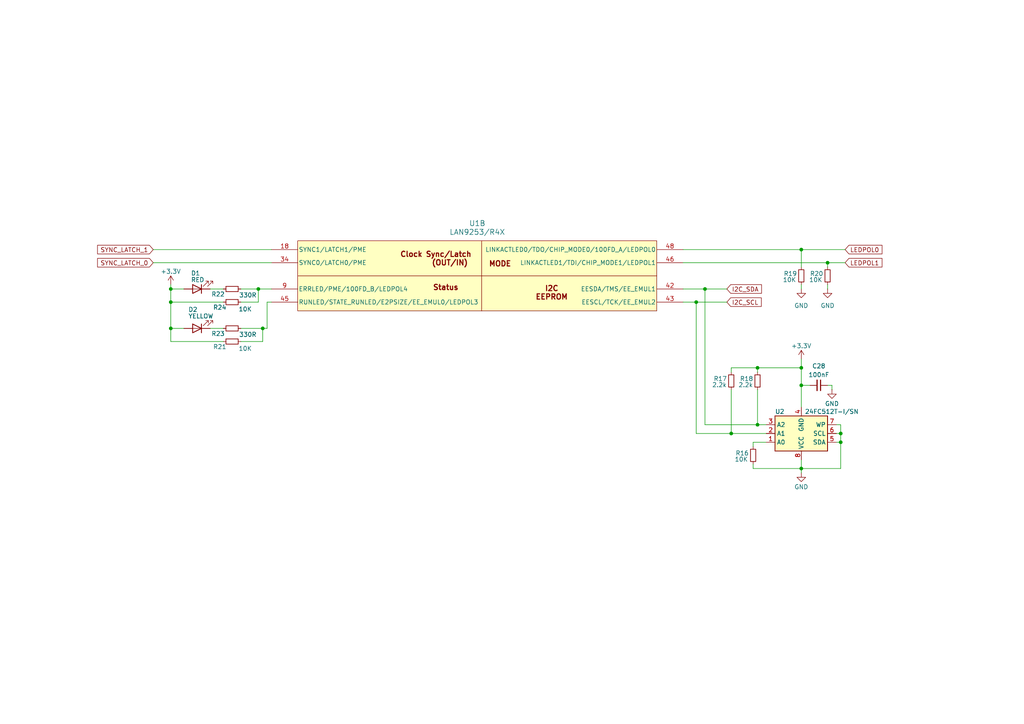
<source format=kicad_sch>
(kicad_sch (version 20231120) (generator "eeschema") (generator_version "8.0")
  (paper "A4")
  (title_block (title "Kyncat") (date "2025-01-03") (rev "0.0.1") (company "Kynsight GmbH") (comment 1 "Git : https://git.keydev.me/kynsight/Kyncathttps://git.keydev.me/kynsight/Kyncat") (comment 2 "EtherCAT devices for various use cases. This one is the first test board"))
  (lib_symbols
    (symbol "470_specific_microchip:LAN9253_R4X" (pin_names (offset 0.254))
      (property "Reference" "U" (at -38.1 29.464 0))
      (property "Value" "LAN9253/R4X" (at -30.226 -31.242 0))
      (symbol "LAN9253_R4X_1_1"
        (rectangle (start -38.1 27.94) (end 38.1 -29.21) (fill (type background)))
        (polyline (pts (xy 0 -7.62) (xy 38.1 -7.62)))
        (polyline (pts (xy 38.1 13.97) (xy -38.1 13.97)))
        (polyline (pts (xy -38.1 -3.81) (xy 0 -3.81) (xy 0 13.97)))
        (polyline (pts (xy 0 -2.54) (xy 0 -29.21) (xy -38.1 -29.21)))
        (text "INT PORT1" (at 15.748 3.556 0) (effects (font (size 1.524 1.524) (thickness 0.3048) (bold yes))))
        (text "INT PORT2" (at 15.24 -19.05 0) (effects (font (size 1.524 1.524) (thickness 0.3048) (bold yes))))
        (text "OCS" (at -14.224 5.08 0) (effects (font (size 1.524 1.524) (thickness 0.3048) (bold yes))))
        (text "OTHER \nSIGNALS" (at -13.462 -12.954 0) (effects (font (size 1.524 1.524) (thickness 0.3048) (bold yes))))
        (text "POWER" (at -35.306 20.574 900) (effects (font (size 1.524 1.524) (thickness 0.3048) (bold yes))))
        (pin input line (at -45.72 7.62 0) (length 7.62) (name "OSCI") (number "1"))
        (pin bidirectional line (at -45.72 -15.24 0) (length 7.62) (name "RST#") (number "11"))
        (pin power_in line (at -5.08 35.56 270) (length 7.62) (name "VDDIO") (number "14"))
        (pin output line (at -45.72 3.81 0) (length 7.62) (name "OSCO") (number "2"))
        (pin power_in line (at -2.54 35.56 270) (length 7.62) (name "VDDIO") (number "20"))
        (pin power_in line (at 15.24 35.56 270) (length 7.62) (name "VDDCR") (number "24"))
        (pin power_in line (at -45.72 11.43 0) (length 7.62) (name "OSCVDD12") (number "3"))
        (pin power_in line (at 0 35.56 270) (length 7.62) (name "VDDIO") (number "32"))
        (pin power_in line (at 2.54 35.56 270) (length 7.62) (name "VDDIO") (number "37"))
        (pin power_in line (at 17.78 35.56 270) (length 7.62) (name "VDDCR") (number "38"))
        (pin power_out line (at -45.72 0 0) (length 7.62) (name "OSCVSS") (number "4"))
        (pin input line (at -45.72 -26.67 0) (length 7.62) (name "TESTMODE") (number "41"))
        (pin bidirectional line (at -45.72 -19.05 0) (length 7.62) (name "IRQ/LATCH1") (number "44"))
        (pin power_in line (at 5.08 35.56 270) (length 7.62) (name "VDDIO") (number "47"))
        (pin power_in line (at -12.7 35.56 270) (length 7.62) (name "VDD33") (number "5"))
        (pin power_in line (at -30.48 35.56 270) (length 7.62) (name "VDD33TXRX1") (number "51"))
        (pin unspecified line (at 45.72 7.62 180) (length 7.62) (name "TNXA") (number "52"))
        (pin unspecified line (at 45.72 5.08 180) (length 7.62) (name "TXPA") (number "53"))
        (pin unspecified line (at 45.72 2.54 180) (length 7.62) (name "RXNA") (number "54"))
        (pin unspecified line (at 45.72 0 180) (length 7.62) (name "RXPA") (number "55"))
        (pin power_in line (at 25.4 35.56 270) (length 7.62) (name "VDD12TX1") (number "56"))
        (pin unspecified line (at -45.72 -11.43 0) (length 7.62) (name "RBIAS") (number "57"))
        (pin power_in line (at -20.32 35.56 270) (length 7.62) (name "VDD33BIAS") (number "58"))
        (pin power_in line (at 27.94 35.56 270) (length 7.62) (name "VDD12TX2") (number "59"))
        (pin power_in line (at 12.7 35.56 270) (length 7.62) (name "VDDCR") (number "6"))
        (pin unspecified line (at 45.72 -22.86 180) (length 7.62) (name "RXPB") (number "60"))
        (pin unspecified line (at 45.72 -20.32 180) (length 7.62) (name "RXNB") (number "61"))
        (pin unspecified line (at 45.72 -17.78 180) (length 7.62) (name "TXPB") (number "62"))
        (pin unspecified line (at 45.72 -15.24 180) (length 7.62) (name "TXNB") (number "63"))
        (pin power_in line (at -27.94 35.56 270) (length 7.62) (name "VDD33TXRX2") (number "64"))
        (pin power_out line (at 35.56 35.56 270) (length 7.62) (name "GND") (number "65"))
        (pin unspecified line (at -45.72 -7.62 0) (length 7.62) (name "REG_EN") (number "7"))
        (pin bidirectional line (at -45.72 -22.86 0) (length 7.62) (name "CLK_25/CLK_25_EN/XTAL_MODE") (number "8"))
      )
      (symbol "LAN9253_R4X_2_1"
        (rectangle (start -53.34 10.16) (end 50.8 -10.16) (fill (type background)))
        (polyline (pts (xy -53.34 0) (xy 50.8 0)))
        (polyline (pts (xy 0 10.16) (xy 0 -10.16)))
        (text "Clock Sync/Latch \n      (OUT/IN)" (at -12.7 5.08 0) (effects (font (size 1.524 1.524) (thickness 0.3048) (bold yes))))
        (text "I2C\nEEPROM" (at 20.32 -4.826 0) (effects (font (size 1.524 1.524) (thickness 0.3048) (bold yes))))
        (text "MODE" (at 5.334 3.556 0) (effects (font (size 1.524 1.524) (thickness 0.3048) (bold yes))))
        (text "Status" (at -10.414 -3.302 0) (effects (font (size 1.524 1.524) (thickness 0.3048) (bold yes))))
        (pin bidirectional line (at -60.96 7.62 0) (length 7.62) (name "SYNC1/LATCH1/PME") (number "18"))
        (pin bidirectional line (at -60.96 3.81 0) (length 7.62) (name "SYNC0/LATCH0/PME") (number "34"))
        (pin bidirectional line (at 58.42 -3.81 180) (length 7.62) (name "EESDA/TMS/EE_EMUL1") (number "42"))
        (pin bidirectional line (at 58.42 -7.62 180) (length 7.62) (name "EESCL/TCK/EE_EMUL2") (number "43"))
        (pin bidirectional line (at -60.96 -7.62 0) (length 7.62) (name "RUNLED/STATE_RUNLED/E2PSIZE/EE_EMUL0/LEDPOL3") (number "45"))
        (pin bidirectional line (at 58.42 3.81 180) (length 7.62) (name "LINKACTLED1/TDI/CHIP_MODE1/LEDPOL1") (number "46"))
        (pin bidirectional line (at 58.42 7.62 180) (length 7.62) (name "LINKACTLED0/TDO/CHIP_MODE0/100FD_A/LEDPOL0") (number "48"))
        (pin bidirectional line (at -60.96 -3.81 0) (length 7.62) (name "ERRLED/PME/100FD_B/LEDPOL4") (number "9"))
      )
      (symbol "LAN9253_R4X_3_1"
        (rectangle (start -45.72 -11.43) (end 0 -24.13))
        (rectangle (start -45.72 19.05) (end 44.45 -24.13) (fill (type background)))
        (rectangle (start -7.62 19.05) (end -45.72 -6.35))
        (text "DNP" (at -27.0897 -13.8086 0) (effects (font (size 1.524 1.524) (thickness 0.3048) (bold yes))))
        (text "SPI" (at -27.432 -3.048 0) (effects (font (size 1.524 1.524) (thickness 0.3048) (bold yes))))
        (pin bidirectional line (at -53.34 -20.32 0) (length 7.62) (name "WAIT_ACK/PME/LATCH0//EE_EMUL_SPI3") (number "10"))
        (pin bidirectional line (at -53.34 13.97 0) (length 7.62) (name "D2/AD2/SOF/SIO2/EE_EMUL_SPI0") (number "12"))
        (pin bidirectional line (at -53.34 11.43 0) (length 7.62) (name "D1/AD1/EOF/SO/SIO1") (number "13"))
        (pin bidirectional line (at 52.07 -3.81 180) (length 7.62) (name "D14/AD14/DIGIO8/GPI8/GPO8/MII_TXD3/TX_SHIFT1") (number "15"))
        (pin bidirectional line (at 52.07 16.51 180) (length 7.62) (name "D13/AD13/DIGIO7/GPI7/GPO7/MII_TXD2/TX_SHIFT0") (number "16"))
        (pin bidirectional line (at -53.34 8.89 0) (length 7.62) (name "D0/AD0/WD_STATE/SI/SIO0") (number "17"))
        (pin bidirectional line (at -53.34 3.81 0) (length 7.62) (name "D9/AD9/LATCH_IN/SCK") (number "19"))
        (pin bidirectional line (at 52.07 13.97 180) (length 7.62) (name "D12/AD12/DIGIO6/GPI6/GPO6/MII_TXD1/100FD_B") (number "21"))
        (pin bidirectional line (at 52.07 11.43 180) (length 7.62) (name "D11/AD11/DIGIO5/GPI5/GPO5/MII_TXD0/100FD_A") (number "22"))
        (pin bidirectional line (at 52.07 8.89 180) (length 7.62) (name "D10/AD10/DIGIO4/GPI4/GPO4/MII_TXEN") (number "23"))
        (pin bidirectional line (at -53.34 -17.78 0) (length 7.62) (name "A1/ALELO/OE_EXT/MII_CLK25//EE_EMUL_SPI2") (number "25"))
        (pin bidirectional line (at 52.07 -11.43 180) (length 7.62) (name "A3/BE0/DIGIO11/GPI11/GPO11/MII_RXDV") (number "26"))
        (pin bidirectional line (at 52.07 -13.97 180) (length 7.62) (name "A4/BE1/DIGIO12/GPI12/GPO12/MII_RXD0") (number "27"))
        (pin bidirectional line (at 52.07 -16.51 180) (length 7.62) (name "CS/DIGIO13/GPI13/GPO13/MII_RXD1") (number "28"))
        (pin bidirectional line (at 52.07 -8.89 180) (length 7.62) (name "A2/ALEHI/DIGIO10/GPI10/GPO10/LINKACTLED2/EE_EMUL_ALELO_POL/MII_LINKPOL/LEDPOL2") (number "29"))
        (pin bidirectional line (at 52.07 -19.05 180) (length 7.62) (name "WR/ENB/DIGIO14/GPI14/GPO14/MII_RXD2") (number "30"))
        (pin bidirectional line (at 52.07 -21.59 180) (length 7.62) (name "RD/RD_WR/DIGIO15/GPI15/GPO15/MII_RXD3") (number "31"))
        (pin bidirectional line (at 52.07 -6.35 180) (length 7.62) (name "A0/D15/AD15/DIGIO9/GPI9/GPO9/MII_RXER") (number "33"))
        (pin bidirectional line (at -53.34 16.51 0) (length 7.62) (name "D3/AD3/WD_TRIG/SIO3/EE_EMUL_SPI1") (number "35"))
        (pin bidirectional line (at 52.07 -1.27 180) (length 7.62) (name "D6/AD6/DIGIO0/GPI0/GPO0/MII_RXCLK") (number "36"))
        (pin bidirectional line (at 52.07 1.27 180) (length 7.62) (name "D7/AD7/DIGIO1/GPI1/GPO1/MII_MDC") (number "39"))
        (pin bidirectional line (at 52.07 3.81 180) (length 7.62) (name "D8/AD8/DIGIO2/GPI2/GPO2/MII_MDIO") (number "40"))
        (pin bidirectional line (at 52.07 6.35 180) (length 7.62) (name "D4/AD4/DIGIO3/GPI3/GPO3/MII_LINK") (number "49"))
        (pin bidirectional line (at -53.34 6.35 0) (length 7.62) (name "D5/AD5/OUTVALID/SCS#") (number "50"))
      )
    )
    (symbol "Device:C_Small" (pin_numbers hide) (pin_names (offset 0.254) hide)
      (property "Reference" "C" (at 0.254 1.778 0))
      (property "Value" "C_Small" (at 0.254 -2.032 0))
      (symbol "C_Small_0_1"
        (polyline (pts (xy -1.524 -0.508) (xy 1.524 -0.508)) (stroke (width 0.3302)))
        (polyline (pts (xy -1.524 0.508) (xy 1.524 0.508)) (stroke (width 0.3048)))
      )
      (symbol "C_Small_1_1"
        (pin passive line (at 0 2.54 270) (length 2.032) (name "~") (number "1"))
        (pin passive line (at 0 -2.54 90) (length 2.032) (name "~") (number "2"))
      )
    )
    (symbol "Device:LED" (pin_numbers hide) (pin_names (offset 1.016) hide)
      (property "Reference" "D" (at 0 2.54 0))
      (property "Value" "LED" (at 0 -2.54 0))
      (symbol "LED_0_1"
        (polyline (pts (xy -1.27 -1.27) (xy -1.27 1.27)) (stroke (width 0.254)))
        (polyline (pts (xy -1.27 0) (xy 1.27 0)))
        (polyline (pts (xy 1.27 -1.27) (xy 1.27 1.27) (xy -1.27 0) (xy 1.27 -1.27)) (stroke (width 0.254)))
        (polyline (pts (xy -3.048 -0.762) (xy -4.572 -2.286) (xy -3.81 -2.286) (xy -4.572 -2.286) (xy -4.572 -1.524)))
        (polyline (pts (xy -1.778 -0.762) (xy -3.302 -2.286) (xy -2.54 -2.286) (xy -3.302 -2.286) (xy -3.302 -1.524)))
      )
      (symbol "LED_1_1"
        (pin passive line (at -3.81 0 0) (length 2.54) (name "K") (number "1"))
        (pin passive line (at 3.81 0 180) (length 2.54) (name "A") (number "2"))
      )
    )
    (symbol "Device:R_Small" (pin_numbers hide) (pin_names (offset 0.254) hide)
      (property "Reference" "R" (at 0.762 0.508 0))
      (property "Value" "R_Small" (at 0.762 -1.016 0))
      (symbol "R_Small_0_1"
        (rectangle (start -0.762 1.778) (end 0.762 -1.778) (stroke (width 0.2032)))
      )
      (symbol "R_Small_1_1"
        (pin passive line (at 0 2.54 270) (length 0.762) (name "~") (number "1"))
        (pin passive line (at 0 -2.54 90) (length 0.762) (name "~") (number "2"))
      )
    )
    (symbol "Memory_EEPROM:AT24CS01-MAHM"
      (property "Reference" "U" (at -7.62 6.35 0))
      (property "Value" "AT24CS01-MAHM" (at 2.54 -6.35 0))
      (symbol "AT24CS01-MAHM_1_1"
        (rectangle (start -7.62 5.08) (end 7.62 -5.08) (stroke (width 0.254)) (fill (type background)))
        (pin input line (at -10.16 2.54 0) (length 2.54) (name "A0") (number "1"))
        (pin input line (at -10.16 0 0) (length 2.54) (name "A1") (number "2"))
        (pin input line (at -10.16 -2.54 0) (length 2.54) (name "A2") (number "3"))
        (pin power_in line (at 0 -7.62 90) (length 2.54) (name "GND") (number "4"))
        (pin bidirectional line (at 10.16 2.54 180) (length 2.54) (name "SDA") (number "5"))
        (pin input line (at 10.16 0 180) (length 2.54) (name "SCL") (number "6"))
        (pin input line (at 10.16 -2.54 180) (length 2.54) (name "WP") (number "7"))
        (pin power_in line (at 0 7.62 270) (length 2.54) (name "VCC") (number "8"))
      )
    )
    (symbol "power:+3.3V" (power) (pin_numbers hide) (pin_names (offset 0) hide)
      (property "Value" "+3.3V" (at 0 3.556 0))
      (symbol "+3.3V_0_1"
        (polyline (pts (xy -0.762 1.27) (xy 0 2.54)))
        (polyline (pts (xy 0 0) (xy 0 2.54)))
        (polyline (pts (xy 0 2.54) (xy 0.762 1.27)))
      )
      (symbol "+3.3V_1_1"
        (pin power_in line (at 0 0 90) (length 0) (name "~") (number "1"))
      )
    )
    (symbol "power:GND" (power) (pin_numbers hide) (pin_names (offset 0) hide)
      (property "Value" "GND" (at 0 -3.81 0))
      (symbol "GND_0_1"
        (polyline (pts (xy 0 0) (xy 0 -1.27) (xy 1.27 -1.27) (xy 0 -2.54) (xy -1.27 -1.27) (xy 0 -1.27)))
      )
      (symbol "GND_1_1"
        (pin power_in line (at 0 0 270) (length 0) (name "~") (number "1"))
      )
    )
  )
  (junction (at 204.47 83.82))
  (junction (at 201.93 87.63))
  (junction (at 232.41 106.68))
  (junction (at 212.09 125.73))
  (junction (at 232.41 72.39))
  (junction (at 243.84 125.73))
  (junction (at 219.71 123.19))
  (junction (at 232.41 135.89))
  (junction (at 219.71 106.68))
  (junction (at 76.2 95.25))
  (junction (at 49.53 83.82))
  (junction (at 49.53 95.25))
  (junction (at 49.53 87.63))
  (junction (at 240.03 76.2))
  (junction (at 232.41 111.76))
  (junction (at 243.84 128.27))
  (junction (at 74.93 83.82))
  (wire (pts (xy 212.09 113.03) (xy 212.09 125.73)))
  (wire (pts (xy 243.84 123.19) (xy 243.84 125.73)))
  (wire (pts (xy 77.47 95.25) (xy 77.47 87.63)))
  (wire (pts (xy 60.96 83.82) (xy 64.77 83.82)))
  (wire (pts (xy 69.85 95.25) (xy 76.2 95.25)))
  (wire (pts (xy 243.84 128.27) (xy 242.57 128.27)))
  (wire (pts (xy 76.2 99.06) (xy 69.85 99.06)))
  (wire (pts (xy 204.47 123.19) (xy 219.71 123.19)))
  (wire (pts (xy 204.47 83.82) (xy 210.82 83.82)))
  (wire (pts (xy 243.84 125.73) (xy 243.84 128.27)))
  (wire (pts (xy 198.12 76.2) (xy 240.03 76.2)))
  (wire (pts (xy 218.44 128.27) (xy 218.44 129.54)))
  (wire (pts (xy 232.41 133.35) (xy 232.41 135.89)))
  (wire (pts (xy 49.53 82.55) (xy 49.53 83.82)))
  (wire (pts (xy 74.93 83.82) (xy 78.74 83.82)))
  (wire (pts (xy 64.77 99.06) (xy 49.53 99.06)))
  (wire (pts (xy 242.57 123.19) (xy 243.84 123.19)))
  (wire (pts (xy 232.41 82.55) (xy 232.41 83.82)))
  (wire (pts (xy 44.45 72.39) (xy 78.74 72.39)))
  (wire (pts (xy 49.53 87.63) (xy 49.53 95.25)))
  (wire (pts (xy 212.09 107.95) (xy 212.09 106.68)))
  (wire (pts (xy 198.12 83.82) (xy 204.47 83.82)))
  (wire (pts (xy 49.53 99.06) (xy 49.53 95.25)))
  (wire (pts (xy 219.71 113.03) (xy 219.71 123.19)))
  (wire (pts (xy 232.41 111.76) (xy 234.95 111.76)))
  (wire (pts (xy 219.71 107.95) (xy 219.71 106.68)))
  (wire (pts (xy 198.12 87.63) (xy 201.93 87.63)))
  (wire (pts (xy 240.03 82.55) (xy 240.03 83.82)))
  (wire (pts (xy 77.47 95.25) (xy 76.2 95.25)))
  (wire (pts (xy 240.03 111.76) (xy 241.3 111.76)))
  (wire (pts (xy 198.12 72.39) (xy 232.41 72.39)))
  (wire (pts (xy 77.47 87.63) (xy 78.74 87.63)))
  (wire (pts (xy 222.25 128.27) (xy 218.44 128.27)))
  (wire (pts (xy 218.44 135.89) (xy 232.41 135.89)))
  (wire (pts (xy 219.71 106.68) (xy 232.41 106.68)))
  (wire (pts (xy 74.93 87.63) (xy 74.93 83.82)))
  (wire (pts (xy 204.47 83.82) (xy 204.47 123.19)))
  (wire (pts (xy 232.41 118.11) (xy 232.41 111.76)))
  (wire (pts (xy 241.3 111.76) (xy 241.3 113.03)))
  (wire (pts (xy 243.84 128.27) (xy 243.84 135.89)))
  (wire (pts (xy 49.53 87.63) (xy 49.53 83.82)))
  (wire (pts (xy 64.77 87.63) (xy 49.53 87.63)))
  (wire (pts (xy 243.84 125.73) (xy 242.57 125.73)))
  (wire (pts (xy 49.53 95.25) (xy 53.34 95.25)))
  (wire (pts (xy 232.41 72.39) (xy 245.11 72.39)))
  (wire (pts (xy 240.03 76.2) (xy 240.03 77.47)))
  (wire (pts (xy 44.45 76.2) (xy 78.74 76.2)))
  (wire (pts (xy 232.41 135.89) (xy 232.41 137.16)))
  (wire (pts (xy 232.41 104.14) (xy 232.41 106.68)))
  (wire (pts (xy 212.09 125.73) (xy 222.25 125.73)))
  (wire (pts (xy 76.2 95.25) (xy 76.2 99.06)))
  (wire (pts (xy 219.71 123.19) (xy 222.25 123.19)))
  (wire (pts (xy 232.41 106.68) (xy 232.41 111.76)))
  (wire (pts (xy 232.41 72.39) (xy 232.41 77.47)))
  (wire (pts (xy 69.85 87.63) (xy 74.93 87.63)))
  (wire (pts (xy 201.93 87.63) (xy 201.93 125.73)))
  (wire (pts (xy 201.93 87.63) (xy 210.82 87.63)))
  (wire (pts (xy 60.96 95.25) (xy 64.77 95.25)))
  (wire (pts (xy 69.85 83.82) (xy 74.93 83.82)))
  (wire (pts (xy 240.03 76.2) (xy 245.11 76.2)))
  (wire (pts (xy 212.09 106.68) (xy 219.71 106.68)))
  (wire (pts (xy 218.44 134.62) (xy 218.44 135.89)))
  (wire (pts (xy 49.53 83.82) (xy 53.34 83.82)))
  (wire (pts (xy 201.93 125.73) (xy 212.09 125.73)))
  (wire (pts (xy 243.84 135.89) (xy 232.41 135.89)))
  (global_label "I2C_SCL" (shape input) (at 210.82 87.63 0) (property "Intersheetrefs" "${INTERSHEET_REFS}" (effects (hide yes))))
  (global_label "SYNC_LATCH_1" (shape input) (at 44.45 72.39 180) (property "Intersheetrefs" "${INTERSHEET_REFS}" (effects (hide yes))))
  (global_label "LEDPOL0" (shape input) (at 245.11 72.39 0) (property "Intersheetrefs" "${INTERSHEET_REFS}" (effects (hide yes))))
  (global_label "LEDPOL1" (shape input) (at 245.11 76.2 0) (property "Intersheetrefs" "${INTERSHEET_REFS}" (effects (hide yes))))
  (global_label "I2C_SDA" (shape input) (at 210.82 83.82 0) (property "Intersheetrefs" "${INTERSHEET_REFS}" (effects (hide yes))))
  (global_label "SYNC_LATCH_0" (shape input) (at 44.45 76.2 180) (property "Intersheetrefs" "${INTERSHEET_REFS}" (effects (hide yes))))
  (symbol (lib_id "Device:LED") (at 57.15 95.25 180) (unit 1)
    (property "Reference" "D2" (at 54.61 89.789 0) (effects (justify right)))
    (property "Value" "YELLOW" (at 54.61 91.694 0) (effects (justify right)))
    (property "Footprint" "LED_SMD:LED_0603_1608Metric_Pad1.05x0.95mm_HandSolder" (effects (hide yes)))
    (property "Man" "Lite-on" (effects (hide yes)))
    (property "Man_No" "LTST-C191KSKT" (effects (hide yes)))
    (property "Disti" "Digikey" (effects (hide yes)))
    (property "Disti_No" "160-1448-1-ND" (effects (hide yes)))
  )
  (symbol (lib_id "Device:C_Small") (at 237.49 111.76 270) (unit 1)
    (property "Reference" "C28" (at 237.49 106.172 90))
    (property "Value" "100nF" (at 237.49 108.712 90))
    (property "Footprint" "Capacitor_SMD:C_0603_1608Metric" (effects (hide yes)))
    (property "Man" "Samsung" (effects (hide yes)))
    (property "Man_No" "CL10B104KB8NNWC" (effects (hide yes)))
    (property "Disti" "Digikey" (effects (hide yes)))
    (property "Disti_No" "1276-1935-1-ND" (effects (hide yes)))
  )
  (symbol (lib_id "power:+3.3V") (at 49.53 82.55 0) (unit 1)
    (property "Reference" "#PWR037" (effects (hide yes)))
    (property "Value" "+3.3V" (at 49.53 78.74 0))
    (property "Description" "Power symbol creates a global label with name \"+3.3V\"" (effects (hide yes)))
  )
  (symbol (lib_id "Device:R_Small") (at 240.03 80.01 180) (unit 1)
    (property "Reference" "R20" (at 236.855 79.375 0))
    (property "Value" "10K" (at 236.601 81.153 0))
    (property "Footprint" "Resistor_SMD:R_0603_1608Metric" (effects (hide yes)))
    (property "Description" "Resistor, small symbol" (effects (hide yes)))
    (property "Man" "Yageo" (effects (hide yes)))
    (property "Man_No" "RC0603FR-0710KL" (effects (hide yes)))
    (property "Disti" "Digikey" (effects (hide yes)))
    (property "Disti_No" "311-10.0KHRCT-ND" (effects (hide yes)))
  )
  (symbol (lib_id "Device:R_Small") (at 67.31 83.82 270) (unit 1)
    (property "Reference" "R22" (at 63.246 85.344 90))
    (property "Value" "330R" (at 71.882 85.598 90))
    (property "Footprint" "Resistor_SMD:R_0603_1608Metric" (effects (hide yes)))
    (property "Description" "Resistor, small symbol" (effects (hide yes)))
    (property "Man" "Yageo" (effects (hide yes)))
    (property "Man_No" "RC0603FR-07330RL" (effects (hide yes)))
    (property "Disti" "Digikey" (effects (hide yes)))
    (property "Disti_No" "311-330HRCT-ND" (effects (hide yes)))
  )
  (symbol (lib_id "power:GND") (at 240.03 83.82 0) (mirror y) (unit 1)
    (property "Reference" "#PWR036" (effects (hide yes)))
    (property "Value" "GND" (at 240.03 88.646 0))
    (property "Description" "Power symbol creates a global label with name \"GND\" , ground" (effects (hide yes)))
  )
  (symbol (lib_id "power:+3.3V") (at 232.41 104.14 0) (unit 1)
    (property "Reference" "#PWR034" (effects (hide yes)))
    (property "Value" "+3.3V" (at 232.41 100.33 0))
    (property "Description" "Power symbol creates a global label with name \"+3.3V\"" (effects (hide yes)))
  )
  (symbol (lib_id "Device:R_Small") (at 232.41 80.01 180) (unit 1)
    (property "Reference" "R19" (at 229.235 79.375 0))
    (property "Value" "10K" (at 228.981 81.153 0))
    (property "Footprint" "Resistor_SMD:R_0603_1608Metric" (effects (hide yes)))
    (property "Description" "Resistor, small symbol" (effects (hide yes)))
    (property "Man" "Yageo" (effects (hide yes)))
    (property "Man_No" "RC0603FR-0710KL" (effects (hide yes)))
    (property "Disti" "Digikey" (effects (hide yes)))
    (property "Disti_No" "311-10.0KHRCT-ND" (effects (hide yes)))
  )
  (symbol (lib_id "Device:R_Small") (at 219.71 110.49 180) (unit 1)
    (property "Reference" "R18" (at 216.535 109.855 0))
    (property "Value" "2.2k" (at 216.281 111.633 0))
    (property "Footprint" "Resistor_SMD:R_0603_1608Metric" (effects (hide yes)))
    (property "Description" "Resistor, small symbol" (effects (hide yes)))
    (property "Man" "Yageo" (effects (hide yes)))
    (property "Man_No" "RC0603FR-072K2L" (effects (hide yes)))
    (property "Disti" "Digikey" (effects (hide yes)))
    (property "Disti_No" "311-2.20KHRCT-ND" (effects (hide yes)))
  )
  (symbol (lib_id "Device:R_Small") (at 67.31 87.63 270) (unit 1)
    (property "Reference" "R24" (at 63.754 89.154 90))
    (property "Value" "10K" (at 71.12 89.662 90))
    (property "Footprint" "Resistor_SMD:R_0603_1608Metric" (effects (hide yes)))
    (property "Description" "Resistor, small symbol" (effects (hide yes)))
    (property "Man" "Yageo" (effects (hide yes)))
    (property "Man_No" "RC0603FR-0710KL" (effects (hide yes)))
    (property "Disti" "Digikey" (effects (hide yes)))
    (property "Disti_No" "311-10.0KHRCT-ND" (effects (hide yes)))
  )
  (symbol (lib_id "Device:R_Small") (at 212.09 110.49 180) (unit 1)
    (property "Reference" "R17" (at 208.915 109.855 0))
    (property "Value" "2.2k" (at 208.661 111.633 0))
    (property "Footprint" "Resistor_SMD:R_0603_1608Metric" (effects (hide yes)))
    (property "Description" "Resistor, small symbol" (effects (hide yes)))
    (property "Man" "Yageo" (effects (hide yes)))
    (property "Man_No" "RC0603FR-072K2L" (effects (hide yes)))
    (property "Disti" "Digikey" (effects (hide yes)))
    (property "Disti_No" "311-2.20KHRCT-ND" (effects (hide yes)))
  )
  (symbol (lib_id "Device:R_Small") (at 218.44 132.08 180) (unit 1)
    (property "Reference" "R16" (at 215.265 131.445 0))
    (property "Value" "10K" (at 215.011 133.223 0))
    (property "Footprint" "Resistor_SMD:R_0603_1608Metric" (effects (hide yes)))
    (property "Description" "Resistor, small symbol" (effects (hide yes)))
    (property "Man" "Yageo" (effects (hide yes)))
    (property "Man_No" "RC0603FR-0710KL" (effects (hide yes)))
    (property "Disti" "Digikey" (effects (hide yes)))
    (property "Disti_No" "311-10.0KHRCT-ND" (effects (hide yes)))
  )
  (symbol (lib_id "power:GND") (at 232.41 83.82 0) (mirror y) (unit 1)
    (property "Reference" "#PWR035" (effects (hide yes)))
    (property "Value" "GND" (at 232.41 88.646 0))
    (property "Description" "Power symbol creates a global label with name \"GND\" , ground" (effects (hide yes)))
  )
  (symbol (lib_id "Device:R_Small") (at 67.31 99.06 270) (unit 1)
    (property "Reference" "R21" (at 63.754 100.584 90))
    (property "Value" "10K" (at 71.12 101.092 90))
    (property "Footprint" "Resistor_SMD:R_0603_1608Metric" (effects (hide yes)))
    (property "Description" "Resistor, small symbol" (effects (hide yes)))
    (property "Man" "Yageo" (effects (hide yes)))
    (property "Man_No" "RC0603FR-0710KL" (effects (hide yes)))
    (property "Disti" "Digikey" (effects (hide yes)))
    (property "Disti_No" "311-10.0KHRCT-ND" (effects (hide yes)))
  )
  (symbol (lib_id "Device:LED") (at 57.15 83.82 180) (unit 1)
    (property "Reference" "D1" (at 55.372 79.248 0) (effects (justify right)))
    (property "Value" "RED" (at 55.372 81.153 0) (effects (justify right)))
    (property "Footprint" "LED_SMD:LED_0603_1608Metric_Pad1.05x0.95mm_HandSolder" (effects (hide yes)))
    (property "Man" "Lite-on" (effects (hide yes)))
    (property "Man_No" "LTST-C191KRKT" (effects (hide yes)))
    (property "Disti" "Digikey" (effects (hide yes)))
    (property "Disti_No" "160-1447-1-ND" (effects (hide yes)))
  )
  (symbol (lib_id "Memory_EEPROM:AT24CS01-MAHM") (at 232.41 125.73 0) (mirror x) (unit 1)
    (property "Reference" "U2" (at 224.79 119.38 0) (effects (justify left)))
    (property "Value" "24FC512T-I/SN" (at 233.426 119.38 0) (effects (justify left)))
    (property "Footprint" "Package_SO:SOIC-8_3.9x4.9mm_P1.27mm" (effects (hide yes)))
    (property "Datasheet" "https://ww1.microchip.com/downloads/en/DeviceDoc/24AA512-24LC512-24FC512-512K-Bit-I2C-Serial-EEPROM-20001754Q.pdf" (effects (hide yes)))
    (property "Description" "512K I2C Serial EEPROM 64K x 8-bit" (effects (hide yes)))
    (property "Man" "Micochip" (effects (hide yes)))
    (property "Man_No" "24FC512T-I/SN " (effects (hide yes)))
    (property "Disti" "Digikey" (effects (hide yes)))
    (property "Disti_No" "24FC512T-I/SNCT-ND" (effects (hide yes)))
  )
  (symbol (lib_id "470_specific_microchip:LAN9253_R4X") (at 139.7 80.01 0) (unit 2)
    (property "Reference" "U1" (at 138.43 64.77 0) (effects (font (size 1.524 1.524))))
    (property "Value" "LAN9253/R4X" (at 138.43 67.31 0) (effects (font (size 1.524 1.524))))
    (property "Footprint" "Package_DFN_QFN:QFN-64-1EP_9x9mm_P0.5mm_EP6x6mm_ThermalVias" (effects (hide yes)))
    (property "Datasheet" "LAN9253/R4X" (effects (hide yes)))
  )
  (symbol (lib_id "power:GND") (at 241.3 113.03 0) (unit 1)
    (property "Reference" "#PWR033" (effects (hide yes)))
    (property "Value" "GND" (at 241.3 117.094 0))
    (property "Description" "Power symbol creates a global label with name \"GND\" , ground" (effects (hide yes)))
  )
  (symbol (lib_id "power:GND") (at 232.41 137.16 0) (mirror y) (unit 1)
    (property "Reference" "#PWR032" (effects (hide yes)))
    (property "Value" "GND" (at 232.41 141.224 0))
    (property "Description" "Power symbol creates a global label with name \"GND\" , ground" (effects (hide yes)))
  )
  (symbol (lib_id "Device:R_Small") (at 67.31 95.25 270) (unit 1)
    (property "Reference" "R23" (at 63.246 96.774 90))
    (property "Value" "330R" (at 71.882 97.028 90))
    (property "Footprint" "Resistor_SMD:R_0603_1608Metric" (effects (hide yes)))
    (property "Description" "Resistor, small symbol" (effects (hide yes)))
    (property "Man" "Yageo" (effects (hide yes)))
    (property "Man_No" "RC0603FR-07330RL" (effects (hide yes)))
    (property "Disti" "Digikey" (effects (hide yes)))
    (property "Disti_No" "311-330HRCT-ND" (effects (hide yes)))
  )
)
</source>
